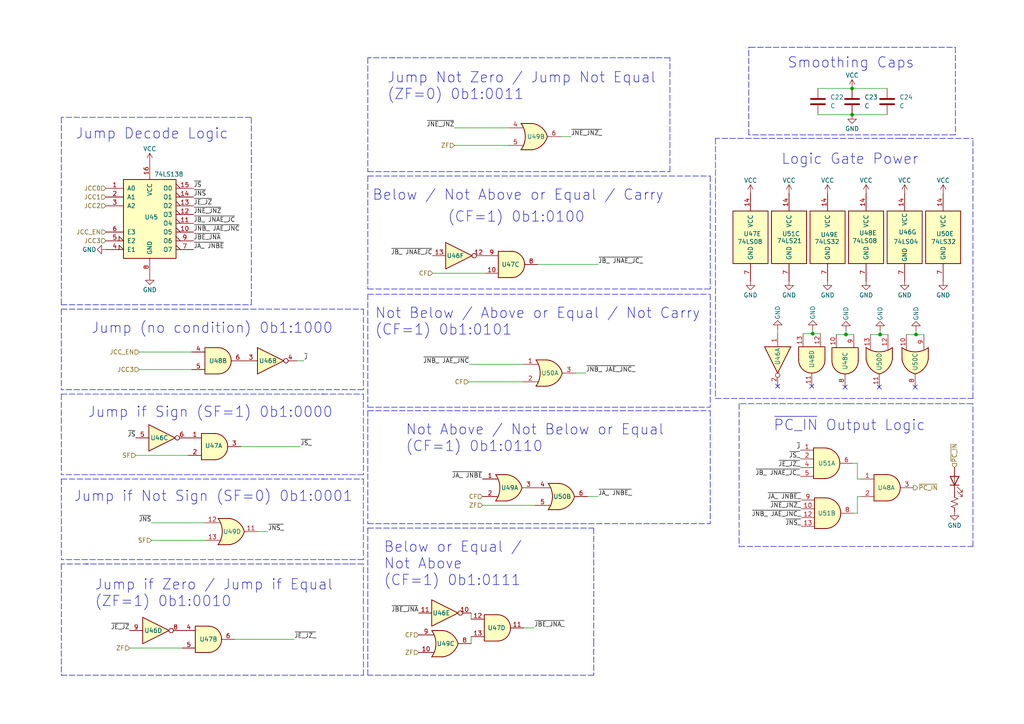
<source format=kicad_sch>
(kicad_sch (version 20211123) (generator eeschema)
  (paper "A4")
  (lib_symbols
    (symbol "74xx:74LS04"
      (property "Reference" "U" (at 0 1.27 0))
      (property "Value" "74LS04" (at 0 -1.27 0))
      (symbol "74LS04_1_0"
        (polyline (pts (xy -3.81 3.81) (xy -3.81 -3.81) (xy 3.81 0) (xy -3.81 3.81)) (stroke (width 0.254)) (fill (type background)))
        (pin input line (at -7.62 0 0) (length 3.81) (name "~") (number "1"))
        (pin output inverted (at 7.62 0 180) (length 3.81) (name "~") (number "2"))
      )
      (symbol "74LS04_2_0"
        (polyline (pts (xy -3.81 3.81) (xy -3.81 -3.81) (xy 3.81 0) (xy -3.81 3.81)) (stroke (width 0.254)) (fill (type background)))
        (pin input line (at -7.62 0 0) (length 3.81) (name "~") (number "3"))
        (pin output inverted (at 7.62 0 180) (length 3.81) (name "~") (number "4"))
      )
      (symbol "74LS04_3_0"
        (polyline (pts (xy -3.81 3.81) (xy -3.81 -3.81) (xy 3.81 0) (xy -3.81 3.81)) (stroke (width 0.254)) (fill (type background)))
        (pin input line (at -7.62 0 0) (length 3.81) (name "~") (number "5"))
        (pin output inverted (at 7.62 0 180) (length 3.81) (name "~") (number "6"))
      )
      (symbol "74LS04_4_0"
        (polyline (pts (xy -3.81 3.81) (xy -3.81 -3.81) (xy 3.81 0) (xy -3.81 3.81)) (stroke (width 0.254)) (fill (type background)))
        (pin output inverted (at 7.62 0 180) (length 3.81) (name "~") (number "8"))
        (pin input line (at -7.62 0 0) (length 3.81) (name "~") (number "9"))
      )
      (symbol "74LS04_5_0"
        (polyline (pts (xy -3.81 3.81) (xy -3.81 -3.81) (xy 3.81 0) (xy -3.81 3.81)) (stroke (width 0.254)) (fill (type background)))
        (pin output inverted (at 7.62 0 180) (length 3.81) (name "~") (number "10"))
        (pin input line (at -7.62 0 0) (length 3.81) (name "~") (number "11"))
      )
      (symbol "74LS04_6_0"
        (polyline (pts (xy -3.81 3.81) (xy -3.81 -3.81) (xy 3.81 0) (xy -3.81 3.81)) (stroke (width 0.254)) (fill (type background)))
        (pin output inverted (at 7.62 0 180) (length 3.81) (name "~") (number "12"))
        (pin input line (at -7.62 0 0) (length 3.81) (name "~") (number "13"))
      )
      (symbol "74LS04_7_0"
        (pin power_in line (at 0 12.7 270) (length 5.08) (name "VCC") (number "14"))
        (pin power_in line (at 0 -12.7 90) (length 5.08) (name "GND") (number "7"))
      )
      (symbol "74LS04_7_1"
        (rectangle (start -5.08 7.62) (end 5.08 -7.62) (stroke (width 0.254)) (fill (type background)))
      )
    )
    (symbol "74xx:74LS08" (pin_names (offset 1.016))
      (property "Reference" "U" (at 0 1.27 0))
      (property "Value" "74LS08" (at 0 -1.27 0))
      (symbol "74LS08_1_1"
        (arc (start 0 -3.81) (mid 3.81 0) (end 0 3.81) (stroke (width 0.254)) (fill (type background)))
        (polyline (pts (xy 0 3.81) (xy -3.81 3.81) (xy -3.81 -3.81) (xy 0 -3.81)) (stroke (width 0.254)) (fill (type background)))
        (pin input line (at -7.62 2.54 0) (length 3.81) (name "~") (number "1"))
        (pin input line (at -7.62 -2.54 0) (length 3.81) (name "~") (number "2"))
        (pin output line (at 7.62 0 180) (length 3.81) (name "~") (number "3"))
      )
      (symbol "74LS08_1_2"
        (arc (start -3.81 -3.81) (mid -2.589 0) (end -3.81 3.81) (stroke (width 0.254)))
        (arc (start -0.6096 -3.81) (mid 2.1855 -2.584) (end 3.81 0) (stroke (width 0.254)) (fill (type background)))
        (polyline (pts (xy -3.81 -3.81) (xy -0.635 -3.81)) (stroke (width 0.254)) (fill (type background)))
        (polyline (pts (xy -3.81 3.81) (xy -0.635 3.81)) (stroke (width 0.254)) (fill (type background)))
        (polyline (pts (xy -0.635 3.81) (xy -3.81 3.81) (xy -3.81 3.81) (xy -3.556 3.4036) (xy -3.0226 2.2606) (xy -2.6924 1.0414) (xy -2.6162 -0.254) (xy -2.7686 -1.4986) (xy -3.175 -2.7178) (xy -3.81 -3.81) (xy -3.81 -3.81) (xy -0.635 -3.81)) (stroke (width -25.4)) (fill (type background)))
        (arc (start 3.81 0) (mid 2.1928 2.5925) (end -0.6096 3.81) (stroke (width 0.254)) (fill (type background)))
        (pin input inverted (at -7.62 2.54 0) (length 4.318) (name "~") (number "1"))
        (pin input inverted (at -7.62 -2.54 0) (length 4.318) (name "~") (number "2"))
        (pin output inverted (at 7.62 0 180) (length 3.81) (name "~") (number "3"))
      )
      (symbol "74LS08_2_1"
        (arc (start 0 -3.81) (mid 3.81 0) (end 0 3.81) (stroke (width 0.254)) (fill (type background)))
        (polyline (pts (xy 0 3.81) (xy -3.81 3.81) (xy -3.81 -3.81) (xy 0 -3.81)) (stroke (width 0.254)) (fill (type background)))
        (pin input line (at -7.62 2.54 0) (length 3.81) (name "~") (number "4"))
        (pin input line (at -7.62 -2.54 0) (length 3.81) (name "~") (number "5"))
        (pin output line (at 7.62 0 180) (length 3.81) (name "~") (number "6"))
      )
      (symbol "74LS08_2_2"
        (arc (start -3.81 -3.81) (mid -2.589 0) (end -3.81 3.81) (stroke (width 0.254)))
        (arc (start -0.6096 -3.81) (mid 2.1855 -2.584) (end 3.81 0) (stroke (width 0.254)) (fill (type background)))
        (polyline (pts (xy -3.81 -3.81) (xy -0.635 -3.81)) (stroke (width 0.254)) (fill (type background)))
        (polyline (pts (xy -3.81 3.81) (xy -0.635 3.81)) (stroke (width 0.254)) (fill (type background)))
        (polyline (pts (xy -0.635 3.81) (xy -3.81 3.81) (xy -3.81 3.81) (xy -3.556 3.4036) (xy -3.0226 2.2606) (xy -2.6924 1.0414) (xy -2.6162 -0.254) (xy -2.7686 -1.4986) (xy -3.175 -2.7178) (xy -3.81 -3.81) (xy -3.81 -3.81) (xy -0.635 -3.81)) (stroke (width -25.4)) (fill (type background)))
        (arc (start 3.81 0) (mid 2.1928 2.5925) (end -0.6096 3.81) (stroke (width 0.254)) (fill (type background)))
        (pin input inverted (at -7.62 2.54 0) (length 4.318) (name "~") (number "4"))
        (pin input inverted (at -7.62 -2.54 0) (length 4.318) (name "~") (number "5"))
        (pin output inverted (at 7.62 0 180) (length 3.81) (name "~") (number "6"))
      )
      (symbol "74LS08_3_1"
        (arc (start 0 -3.81) (mid 3.81 0) (end 0 3.81) (stroke (width 0.254)) (fill (type background)))
        (polyline (pts (xy 0 3.81) (xy -3.81 3.81) (xy -3.81 -3.81) (xy 0 -3.81)) (stroke (width 0.254)) (fill (type background)))
        (pin input line (at -7.62 -2.54 0) (length 3.81) (name "~") (number "10"))
        (pin output line (at 7.62 0 180) (length 3.81) (name "~") (number "8"))
        (pin input line (at -7.62 2.54 0) (length 3.81) (name "~") (number "9"))
      )
      (symbol "74LS08_3_2"
        (arc (start -3.81 -3.81) (mid -2.589 0) (end -3.81 3.81) (stroke (width 0.254)))
        (arc (start -0.6096 -3.81) (mid 2.1855 -2.584) (end 3.81 0) (stroke (width 0.254)) (fill (type background)))
        (polyline (pts (xy -3.81 -3.81) (xy -0.635 -3.81)) (stroke (width 0.254)) (fill (type background)))
        (polyline (pts (xy -3.81 3.81) (xy -0.635 3.81)) (stroke (width 0.254)) (fill (type background)))
        (polyline (pts (xy -0.635 3.81) (xy -3.81 3.81) (xy -3.81 3.81) (xy -3.556 3.4036) (xy -3.0226 2.2606) (xy -2.6924 1.0414) (xy -2.6162 -0.254) (xy -2.7686 -1.4986) (xy -3.175 -2.7178) (xy -3.81 -3.81) (xy -3.81 -3.81) (xy -0.635 -3.81)) (stroke (width -25.4)) (fill (type background)))
        (arc (start 3.81 0) (mid 2.1928 2.5925) (end -0.6096 3.81) (stroke (width 0.254)) (fill (type background)))
        (pin input inverted (at -7.62 -2.54 0) (length 4.318) (name "~") (number "10"))
        (pin output inverted (at 7.62 0 180) (length 3.81) (name "~") (number "8"))
        (pin input inverted (at -7.62 2.54 0) (length 4.318) (name "~") (number "9"))
      )
      (symbol "74LS08_4_1"
        (arc (start 0 -3.81) (mid 3.81 0) (end 0 3.81) (stroke (width 0.254)) (fill (type background)))
        (polyline (pts (xy 0 3.81) (xy -3.81 3.81) (xy -3.81 -3.81) (xy 0 -3.81)) (stroke (width 0.254)) (fill (type background)))
        (pin output line (at 7.62 0 180) (length 3.81) (name "~") (number "11"))
        (pin input line (at -7.62 2.54 0) (length 3.81) (name "~") (number "12"))
        (pin input line (at -7.62 -2.54 0) (length 3.81) (name "~") (number "13"))
      )
      (symbol "74LS08_4_2"
        (arc (start -3.81 -3.81) (mid -2.589 0) (end -3.81 3.81) (stroke (width 0.254)))
        (arc (start -0.6096 -3.81) (mid 2.1855 -2.584) (end 3.81 0) (stroke (width 0.254)) (fill (type background)))
        (polyline (pts (xy -3.81 -3.81) (xy -0.635 -3.81)) (stroke (width 0.254)) (fill (type background)))
        (polyline (pts (xy -3.81 3.81) (xy -0.635 3.81)) (stroke (width 0.254)) (fill (type background)))
        (polyline (pts (xy -0.635 3.81) (xy -3.81 3.81) (xy -3.81 3.81) (xy -3.556 3.4036) (xy -3.0226 2.2606) (xy -2.6924 1.0414) (xy -2.6162 -0.254) (xy -2.7686 -1.4986) (xy -3.175 -2.7178) (xy -3.81 -3.81) (xy -3.81 -3.81) (xy -0.635 -3.81)) (stroke (width -25.4)) (fill (type background)))
        (arc (start 3.81 0) (mid 2.1928 2.5925) (end -0.6096 3.81) (stroke (width 0.254)) (fill (type background)))
        (pin output inverted (at 7.62 0 180) (length 3.81) (name "~") (number "11"))
        (pin input inverted (at -7.62 2.54 0) (length 4.318) (name "~") (number "12"))
        (pin input inverted (at -7.62 -2.54 0) (length 4.318) (name "~") (number "13"))
      )
      (symbol "74LS08_5_0"
        (pin power_in line (at 0 12.7 270) (length 5.08) (name "VCC") (number "14"))
        (pin power_in line (at 0 -12.7 90) (length 5.08) (name "GND") (number "7"))
      )
      (symbol "74LS08_5_1"
        (rectangle (start -5.08 7.62) (end 5.08 -7.62) (stroke (width 0.254)) (fill (type background)))
      )
    )
    (symbol "74xx:74LS138" (pin_names (offset 1.016))
      (property "Reference" "U" (at -7.62 11.43 0))
      (property "Value" "74LS138" (at -7.62 -13.97 0))
      (symbol "74LS138_1_0"
        (pin input line (at -12.7 7.62 0) (length 5.08) (name "A0") (number "1"))
        (pin output output_low (at 12.7 -5.08 180) (length 5.08) (name "O5") (number "10"))
        (pin output output_low (at 12.7 -2.54 180) (length 5.08) (name "O4") (number "11"))
        (pin output output_low (at 12.7 0 180) (length 5.08) (name "O3") (number "12"))
        (pin output output_low (at 12.7 2.54 180) (length 5.08) (name "O2") (number "13"))
        (pin output output_low (at 12.7 5.08 180) (length 5.08) (name "O1") (number "14"))
        (pin output output_low (at 12.7 7.62 180) (length 5.08) (name "O0") (number "15"))
        (pin power_in line (at 0 15.24 270) (length 5.08) (name "VCC") (number "16"))
        (pin input line (at -12.7 5.08 0) (length 5.08) (name "A1") (number "2"))
        (pin input line (at -12.7 2.54 0) (length 5.08) (name "A2") (number "3"))
        (pin input input_low (at -12.7 -10.16 0) (length 5.08) (name "E1") (number "4"))
        (pin input input_low (at -12.7 -7.62 0) (length 5.08) (name "E2") (number "5"))
        (pin input line (at -12.7 -5.08 0) (length 5.08) (name "E3") (number "6"))
        (pin output output_low (at 12.7 -10.16 180) (length 5.08) (name "O7") (number "7"))
        (pin power_in line (at 0 -17.78 90) (length 5.08) (name "GND") (number "8"))
        (pin output output_low (at 12.7 -7.62 180) (length 5.08) (name "O6") (number "9"))
      )
      (symbol "74LS138_1_1"
        (rectangle (start -7.62 10.16) (end 7.62 -12.7) (stroke (width 0.254)) (fill (type background)))
      )
    )
    (symbol "74xx:74LS21" (pin_names (offset 1.016))
      (property "Reference" "U" (at 0 1.27 0))
      (property "Value" "74LS21" (at 0 -1.27 0))
      (symbol "74LS21_1_1"
        (arc (start -0.635 -4.445) (mid 3.81 0) (end -0.635 4.445) (stroke (width 0.254)) (fill (type background)))
        (polyline (pts (xy -0.635 4.445) (xy -3.81 4.445) (xy -3.81 -4.445) (xy -0.635 -4.445)) (stroke (width 0.254)) (fill (type background)))
        (pin input line (at -7.62 3.81 0) (length 3.81) (name "~") (number "1"))
        (pin input line (at -7.62 1.27 0) (length 3.81) (name "~") (number "2"))
        (pin input line (at -7.62 -1.27 0) (length 3.81) (name "~") (number "4"))
        (pin input line (at -7.62 -3.81 0) (length 3.81) (name "~") (number "5"))
        (pin output line (at 7.62 0 180) (length 3.81) (name "~") (number "6"))
      )
      (symbol "74LS21_1_2"
        (arc (start -3.81 -4.445) (mid -2.5908 0) (end -3.81 4.445) (stroke (width 0.254)))
        (arc (start -0.6096 -4.445) (mid 2.224 -2.8428) (end 3.81 0) (stroke (width 0.254)) (fill (type background)))
        (polyline (pts (xy -3.81 -4.445) (xy -0.635 -4.445)) (stroke (width 0.254)) (fill (type background)))
        (polyline (pts (xy -3.81 4.445) (xy -0.635 4.445)) (stroke (width 0.254)) (fill (type background)))
        (polyline (pts (xy -0.635 4.445) (xy -3.81 4.445) (xy -3.81 4.445) (xy -3.6322 4.0894) (xy -3.0988 2.921) (xy -2.7686 1.6764) (xy -2.6162 0.4318) (xy -2.6416 -0.8636) (xy -2.8702 -2.1082) (xy -3.2512 -3.3274) (xy -3.81 -4.445) (xy -3.81 -4.445) (xy -0.635 -4.445)) (stroke (width -25.4)) (fill (type background)))
        (arc (start 3.81 0) (mid 2.2198 2.8385) (end -0.6096 4.445) (stroke (width 0.254)) (fill (type background)))
        (pin input inverted (at -7.62 3.81 0) (length 3.81) (name "~") (number "1"))
        (pin input inverted (at -7.62 1.27 0) (length 4.826) (name "~") (number "2"))
        (pin input inverted (at -7.62 -1.27 0) (length 4.826) (name "~") (number "4"))
        (pin input inverted (at -7.62 -3.81 0) (length 3.81) (name "~") (number "5"))
        (pin output inverted (at 7.62 0 180) (length 3.81) (name "~") (number "6"))
      )
      (symbol "74LS21_2_1"
        (arc (start -0.635 -4.445) (mid 3.81 0) (end -0.635 4.445) (stroke (width 0.254)) (fill (type background)))
        (polyline (pts (xy -0.635 4.445) (xy -3.81 4.445) (xy -3.81 -4.445) (xy -0.635 -4.445)) (stroke (width 0.254)) (fill (type background)))
        (pin input line (at -7.62 1.27 0) (length 3.81) (name "~") (number "10"))
        (pin input line (at -7.62 -1.27 0) (length 3.81) (name "~") (number "12"))
        (pin input line (at -7.62 -3.81 0) (length 3.81) (name "~") (number "13"))
        (pin output line (at 7.62 0 180) (length 3.81) (name "~") (number "8"))
        (pin input line (at -7.62 3.81 0) (length 3.81) (name "~") (number "9"))
      )
      (symbol "74LS21_2_2"
        (arc (start -3.81 -4.445) (mid -2.5908 0) (end -3.81 4.445) (stroke (width 0.254)))
        (arc (start -0.6096 -4.445) (mid 2.224 -2.8428) (end 3.81 0) (stroke (width 0.254)) (fill (type background)))
        (polyline (pts (xy -3.81 -4.445) (xy -0.635 -4.445)) (stroke (width 0.254)) (fill (type background)))
        (polyline (pts (xy -3.81 4.445) (xy -0.635 4.445)) (stroke (width 0.254)) (fill (type background)))
        (polyline (pts (xy -0.635 4.445) (xy -3.81 4.445) (xy -3.81 4.445) (xy -3.6322 4.0894) (xy -3.0988 2.921) (xy -2.7686 1.6764) (xy -2.6162 0.4318) (xy -2.6416 -0.8636) (xy -2.8702 -2.1082) (xy -3.2512 -3.3274) (xy -3.81 -4.445) (xy -3.81 -4.445) (xy -0.635 -4.445)) (stroke (width -25.4)) (fill (type background)))
        (arc (start 3.81 0) (mid 2.2198 2.8385) (end -0.6096 4.445) (stroke (width 0.254)) (fill (type background)))
        (pin input inverted (at -7.62 1.27 0) (length 4.826) (name "~") (number "10"))
        (pin input inverted (at -7.62 -1.27 0) (length 4.826) (name "~") (number "12"))
        (pin input inverted (at -7.62 -3.81 0) (length 3.81) (name "~") (number "13"))
        (pin output inverted (at 7.62 0 180) (length 3.81) (name "~") (number "8"))
        (pin input inverted (at -7.62 3.81 0) (length 3.81) (name "~") (number "9"))
      )
      (symbol "74LS21_3_0"
        (pin power_in line (at 0 12.7 270) (length 5.08) (name "VCC") (number "14"))
        (pin power_in line (at 0 -12.7 90) (length 5.08) (name "GND") (number "7"))
      )
      (symbol "74LS21_3_1"
        (rectangle (start -5.08 7.62) (end 5.08 -7.62) (stroke (width 0.254)) (fill (type background)))
      )
    )
    (symbol "74xx:74LS32" (pin_names (offset 1.016))
      (property "Reference" "U" (at 0 1.27 0))
      (property "Value" "74LS32" (at 0 -1.27 0))
      (symbol "74LS32_1_1"
        (arc (start -3.81 -3.81) (mid -2.589 0) (end -3.81 3.81) (stroke (width 0.254)))
        (arc (start -0.6096 -3.81) (mid 2.1855 -2.584) (end 3.81 0) (stroke (width 0.254)) (fill (type background)))
        (polyline (pts (xy -3.81 -3.81) (xy -0.635 -3.81)) (stroke (width 0.254)) (fill (type background)))
        (polyline (pts (xy -3.81 3.81) (xy -0.635 3.81)) (stroke (width 0.254)) (fill (type background)))
        (polyline (pts (xy -0.635 3.81) (xy -3.81 3.81) (xy -3.81 3.81) (xy -3.556 3.4036) (xy -3.0226 2.2606) (xy -2.6924 1.0414) (xy -2.6162 -0.254) (xy -2.7686 -1.4986) (xy -3.175 -2.7178) (xy -3.81 -3.81) (xy -3.81 -3.81) (xy -0.635 -3.81)) (stroke (width -25.4)) (fill (type background)))
        (arc (start 3.81 0) (mid 2.1928 2.5925) (end -0.6096 3.81) (stroke (width 0.254)) (fill (type background)))
        (pin input line (at -7.62 2.54 0) (length 4.318) (name "~") (number "1"))
        (pin input line (at -7.62 -2.54 0) (length 4.318) (name "~") (number "2"))
        (pin output line (at 7.62 0 180) (length 3.81) (name "~") (number "3"))
      )
      (symbol "74LS32_1_2"
        (arc (start 0 -3.81) (mid 3.81 0) (end 0 3.81) (stroke (width 0.254)) (fill (type background)))
        (polyline (pts (xy 0 3.81) (xy -3.81 3.81) (xy -3.81 -3.81) (xy 0 -3.81)) (stroke (width 0.254)) (fill (type background)))
        (pin input inverted (at -7.62 2.54 0) (length 3.81) (name "~") (number "1"))
        (pin input inverted (at -7.62 -2.54 0) (length 3.81) (name "~") (number "2"))
        (pin output inverted (at 7.62 0 180) (length 3.81) (name "~") (number "3"))
      )
      (symbol "74LS32_2_1"
        (arc (start -3.81 -3.81) (mid -2.589 0) (end -3.81 3.81) (stroke (width 0.254)))
        (arc (start -0.6096 -3.81) (mid 2.1855 -2.584) (end 3.81 0) (stroke (width 0.254)) (fill (type background)))
        (polyline (pts (xy -3.81 -3.81) (xy -0.635 -3.81)) (stroke (width 0.254)) (fill (type background)))
        (polyline (pts (xy -3.81 3.81) (xy -0.635 3.81)) (stroke (width 0.254)) (fill (type background)))
        (polyline (pts (xy -0.635 3.81) (xy -3.81 3.81) (xy -3.81 3.81) (xy -3.556 3.4036) (xy -3.0226 2.2606) (xy -2.6924 1.0414) (xy -2.6162 -0.254) (xy -2.7686 -1.4986) (xy -3.175 -2.7178) (xy -3.81 -3.81) (xy -3.81 -3.81) (xy -0.635 -3.81)) (stroke (width -25.4)) (fill (type background)))
        (arc (start 3.81 0) (mid 2.1928 2.5925) (end -0.6096 3.81) (stroke (width 0.254)) (fill (type background)))
        (pin input line (at -7.62 2.54 0) (length 4.318) (name "~") (number "4"))
        (pin input line (at -7.62 -2.54 0) (length 4.318) (name "~") (number "5"))
        (pin output line (at 7.62 0 180) (length 3.81) (name "~") (number "6"))
      )
      (symbol "74LS32_2_2"
        (arc (start 0 -3.81) (mid 3.81 0) (end 0 3.81) (stroke (width 0.254)) (fill (type background)))
        (polyline (pts (xy 0 3.81) (xy -3.81 3.81) (xy -3.81 -3.81) (xy 0 -3.81)) (stroke (width 0.254)) (fill (type background)))
        (pin input inverted (at -7.62 2.54 0) (length 3.81) (name "~") (number "4"))
        (pin input inverted (at -7.62 -2.54 0) (length 3.81) (name "~") (number "5"))
        (pin output inverted (at 7.62 0 180) (length 3.81) (name "~") (number "6"))
      )
      (symbol "74LS32_3_1"
        (arc (start -3.81 -3.81) (mid -2.589 0) (end -3.81 3.81) (stroke (width 0.254)))
        (arc (start -0.6096 -3.81) (mid 2.1855 -2.584) (end 3.81 0) (stroke (width 0.254)) (fill (type background)))
        (polyline (pts (xy -3.81 -3.81) (xy -0.635 -3.81)) (stroke (width 0.254)) (fill (type background)))
        (polyline (pts (xy -3.81 3.81) (xy -0.635 3.81)) (stroke (width 0.254)) (fill (type background)))
        (polyline (pts (xy -0.635 3.81) (xy -3.81 3.81) (xy -3.81 3.81) (xy -3.556 3.4036) (xy -3.0226 2.2606) (xy -2.6924 1.0414) (xy -2.6162 -0.254) (xy -2.7686 -1.4986) (xy -3.175 -2.7178) (xy -3.81 -3.81) (xy -3.81 -3.81) (xy -0.635 -3.81)) (stroke (width -25.4)) (fill (type background)))
        (arc (start 3.81 0) (mid 2.1928 2.5925) (end -0.6096 3.81) (stroke (width 0.254)) (fill (type background)))
        (pin input line (at -7.62 -2.54 0) (length 4.318) (name "~") (number "10"))
        (pin output line (at 7.62 0 180) (length 3.81) (name "~") (number "8"))
        (pin input line (at -7.62 2.54 0) (length 4.318) (name "~") (number "9"))
      )
      (symbol "74LS32_3_2"
        (arc (start 0 -3.81) (mid 3.81 0) (end 0 3.81) (stroke (width 0.254)) (fill (type background)))
        (polyline (pts (xy 0 3.81) (xy -3.81 3.81) (xy -3.81 -3.81) (xy 0 -3.81)) (stroke (width 0.254)) (fill (type background)))
        (pin input inverted (at -7.62 -2.54 0) (length 3.81) (name "~") (number "10"))
        (pin output inverted (at 7.62 0 180) (length 3.81) (name "~") (number "8"))
        (pin input inverted (at -7.62 2.54 0) (length 3.81) (name "~") (number "9"))
      )
      (symbol "74LS32_4_1"
        (arc (start -3.81 -3.81) (mid -2.589 0) (end -3.81 3.81) (stroke (width 0.254)))
        (arc (start -0.6096 -3.81) (mid 2.1855 -2.584) (end 3.81 0) (stroke (width 0.254)) (fill (type background)))
        (polyline (pts (xy -3.81 -3.81) (xy -0.635 -3.81)) (stroke (width 0.254)) (fill (type background)))
        (polyline (pts (xy -3.81 3.81) (xy -0.635 3.81)) (stroke (width 0.254)) (fill (type background)))
        (polyline (pts (xy -0.635 3.81) (xy -3.81 3.81) (xy -3.81 3.81) (xy -3.556 3.4036) (xy -3.0226 2.2606) (xy -2.6924 1.0414) (xy -2.6162 -0.254) (xy -2.7686 -1.4986) (xy -3.175 -2.7178) (xy -3.81 -3.81) (xy -3.81 -3.81) (xy -0.635 -3.81)) (stroke (width -25.4)) (fill (type background)))
        (arc (start 3.81 0) (mid 2.1928 2.5925) (end -0.6096 3.81) (stroke (width 0.254)) (fill (type background)))
        (pin output line (at 7.62 0 180) (length 3.81) (name "~") (number "11"))
        (pin input line (at -7.62 2.54 0) (length 4.318) (name "~") (number "12"))
        (pin input line (at -7.62 -2.54 0) (length 4.318) (name "~") (number "13"))
      )
      (symbol "74LS32_4_2"
        (arc (start 0 -3.81) (mid 3.81 0) (end 0 3.81) (stroke (width 0.254)) (fill (type background)))
        (polyline (pts (xy 0 3.81) (xy -3.81 3.81) (xy -3.81 -3.81) (xy 0 -3.81)) (stroke (width 0.254)) (fill (type background)))
        (pin output inverted (at 7.62 0 180) (length 3.81) (name "~") (number "11"))
        (pin input inverted (at -7.62 2.54 0) (length 3.81) (name "~") (number "12"))
        (pin input inverted (at -7.62 -2.54 0) (length 3.81) (name "~") (number "13"))
      )
      (symbol "74LS32_5_0"
        (pin power_in line (at 0 12.7 270) (length 5.08) (name "VCC") (number "14"))
        (pin power_in line (at 0 -12.7 90) (length 5.08) (name "GND") (number "7"))
      )
      (symbol "74LS32_5_1"
        (rectangle (start -5.08 7.62) (end 5.08 -7.62) (stroke (width 0.254)) (fill (type background)))
      )
    )
    (symbol "Device:C" (pin_numbers hide) (pin_names (offset 0.254))
      (property "Reference" "C" (at 0.635 2.54 0))
      (property "Value" "C" (at 0.635 -2.54 0))
      (symbol "C_0_1"
        (polyline (pts (xy -2.032 -0.762) (xy 2.032 -0.762)) (stroke (width 0.508)))
        (polyline (pts (xy -2.032 0.762) (xy 2.032 0.762)) (stroke (width 0.508)))
      )
      (symbol "C_1_1"
        (pin passive line (at 0 3.81 270) (length 2.794) (name "~") (number "1"))
        (pin passive line (at 0 -3.81 90) (length 2.794) (name "~") (number "2"))
      )
    )
    (symbol "Device:LED" (pin_numbers hide) (pin_names (offset 1.016) hide)
      (property "Reference" "D" (at 0 2.54 0))
      (property "Value" "LED" (at 0 -2.54 0))
      (symbol "LED_0_1"
        (polyline (pts (xy -1.27 -1.27) (xy -1.27 1.27)) (stroke (width 0.254)))
        (polyline (pts (xy -1.27 0) (xy 1.27 0)))
        (polyline (pts (xy 1.27 -1.27) (xy 1.27 1.27) (xy -1.27 0) (xy 1.27 -1.27)) (stroke (width 0.254)))
        (polyline (pts (xy -3.048 -0.762) (xy -4.572 -2.286) (xy -3.81 -2.286) (xy -4.572 -2.286) (xy -4.572 -1.524)))
        (polyline (pts (xy -1.778 -0.762) (xy -3.302 -2.286) (xy -2.54 -2.286) (xy -3.302 -2.286) (xy -3.302 -1.524)))
      )
      (symbol "LED_1_1"
        (pin passive line (at -3.81 0 0) (length 2.54) (name "K") (number "1"))
        (pin passive line (at 3.81 0 180) (length 2.54) (name "A") (number "2"))
      )
    )
    (symbol "Device:R_Small_US" (pin_numbers hide) (pin_names (offset 0.254) hide)
      (property "Reference" "R" (at 0.762 0.508 0))
      (property "Value" "R_Small_US" (at 0.762 -1.016 0))
      (symbol "R_Small_US_1_1"
        (polyline (pts (xy 0 0) (xy 1.016 -0.381) (xy 0 -0.762) (xy -1.016 -1.143) (xy 0 -1.524)))
        (polyline (pts (xy 0 1.524) (xy 1.016 1.143) (xy 0 0.762) (xy -1.016 0.381) (xy 0 0)))
        (pin passive line (at 0 2.54 270) (length 1.016) (name "~") (number "1"))
        (pin passive line (at 0 -2.54 90) (length 1.016) (name "~") (number "2"))
      )
    )
    (symbol "power:GND" (power) (pin_names (offset 0))
      (property "Value" "GND" (at 0 -3.81 0))
      (symbol "GND_0_1"
        (polyline (pts (xy 0 0) (xy 0 -1.27) (xy 1.27 -1.27) (xy 0 -2.54) (xy -1.27 -1.27) (xy 0 -1.27)))
      )
      (symbol "GND_1_1"
        (pin power_in line (at 0 0 270) (length 0) hide (name "GND") (number "1"))
      )
    )
    (symbol "power:VCC" (power) (pin_names (offset 0))
      (property "Value" "VCC" (at 0 3.81 0))
      (symbol "VCC_0_1"
        (polyline (pts (xy -0.762 1.27) (xy 0 2.54)))
        (polyline (pts (xy 0 0) (xy 0 2.54)))
        (polyline (pts (xy 0 2.54) (xy 0.762 1.27)))
      )
      (symbol "VCC_1_1"
        (pin power_in line (at 0 0 90) (length 0) hide (name "VCC") (number "1"))
      )
    )
  )
  (junction (at 247.142 33.274))
  (junction (at 247.142 25.654))
  (junction (at 235.712 96.774))
  (junction (at 245.364 97.028))
  (junction (at 255.27 97.028))
  (junction (at 265.684 97.028))
  (no_connect (at 235.458 112.014))
  (no_connect (at 265.43 112.268))
  (no_connect (at 245.11 112.268))
  (no_connect (at 255.016 112.268))
  (no_connect (at 225.552 112.014))
  (polyline (pts (xy 106.68 51.054) (xy 182.88 51.054)))
  (polyline (pts (xy 93.472 114.3) (xy 105.41 114.3)))
  (wire (pts (xy 39.37 132.08) (xy 54.61 132.08)))
  (polyline (pts (xy 17.78 138.938) (xy 93.98 138.938)))
  (polyline (pts (xy 183.134 83.82) (xy 194.818 83.82)))
  (polyline (pts (xy 17.78 114.3) (xy 17.78 137.668)))
  (wire (pts (xy 257.556 97.028) (xy 255.27 97.028)))
  (wire (pts (xy 247.65 97.028) (xy 245.364 97.028)))
  (wire (pts (xy 237.236 25.654) (xy 247.142 25.654)))
  (polyline (pts (xy 105.41 162.306) (xy 93.726 162.306)))
  (wire (pts (xy 255.27 95.758) (xy 255.27 97.028)))
  (polyline (pts (xy 93.98 137.668) (xy 17.78 137.668)))
  (polyline (pts (xy 261.112 40.132) (xy 282.194 40.132)))
  (polyline (pts (xy 105.41 163.576) (xy 101.092 163.576)))
  (wire (pts (xy 43.942 151.638) (xy 59.436 151.638)))
  (polyline (pts (xy 43.688 34.036) (xy 17.78 34.036)))
  (polyline (pts (xy 214.376 158.496) (xy 282.194 158.496)))
  (wire (pts (xy 225.552 95.504) (xy 225.552 96.774)))
  (polyline (pts (xy 106.68 119.126) (xy 106.68 151.892)))
  (wire (pts (xy 155.956 76.708) (xy 173.482 76.708)))
  (polyline (pts (xy 101.092 163.576) (xy 24.892 163.576)))
  (wire (pts (xy 43.942 156.718) (xy 59.436 156.718)))
  (polyline (pts (xy 106.68 16.764) (xy 106.68 49.784)))
  (wire (pts (xy 125.476 79.248) (xy 140.716 79.248)))
  (polyline (pts (xy 93.98 162.306) (xy 17.78 162.306)))
  (polyline (pts (xy 194.056 85.344) (xy 205.994 85.344)))
  (wire (pts (xy 136.652 177.8) (xy 136.652 179.578)))
  (wire (pts (xy 265.684 97.028) (xy 262.89 97.028)))
  (wire (pts (xy 245.364 95.758) (xy 245.364 97.028)))
  (wire (pts (xy 247.142 33.274) (xy 257.302 33.274)))
  (polyline (pts (xy 106.68 118.11) (xy 205.994 118.11)))
  (polyline (pts (xy 172.212 185.928) (xy 172.212 195.834)))
  (polyline (pts (xy 246.126 117.094) (xy 282.194 117.094)))
  (polyline (pts (xy 182.118 85.344) (xy 194.056 85.344)))
  (polyline (pts (xy 114.554 16.764) (xy 106.68 16.764)))
  (wire (pts (xy 245.364 97.028) (xy 242.57 97.028)))
  (polyline (pts (xy 277.114 13.716) (xy 277.114 39.116)))
  (wire (pts (xy 247.65 148.844) (xy 248.666 148.844)))
  (polyline (pts (xy 17.78 88.392) (xy 72.898 88.392)))
  (polyline (pts (xy 17.78 163.576) (xy 17.78 195.834)))
  (polyline (pts (xy 246.126 117.094) (xy 214.376 117.094)))
  (polyline (pts (xy 106.68 83.82) (xy 183.134 83.82)))
  (wire (pts (xy 235.712 95.504) (xy 235.712 96.774)))
  (polyline (pts (xy 282.194 158.496) (xy 282.194 117.094)))
  (wire (pts (xy 88.138 104.648) (xy 86.106 104.648)))
  (polyline (pts (xy 205.994 51.054) (xy 205.994 83.82)))
  (polyline (pts (xy 43.688 34.036) (xy 72.898 34.036)))
  (polyline (pts (xy 194.056 119.126) (xy 205.994 119.126)))
  (polyline (pts (xy 106.68 195.834) (xy 106.68 185.928)))
  (polyline (pts (xy 105.41 137.668) (xy 93.726 137.668)))
  (polyline (pts (xy 106.68 153.162) (xy 106.68 185.928)))
  (wire (pts (xy 165.608 39.624) (xy 162.56 39.624)))
  (wire (pts (xy 265.684 95.758) (xy 265.684 97.028)))
  (polyline (pts (xy 17.78 114.3) (xy 93.98 114.3)))
  (polyline (pts (xy 105.41 138.938) (xy 105.41 162.306)))
  (polyline (pts (xy 25.654 163.576) (xy 17.78 163.576)))
  (polyline (pts (xy 194.31 49.784) (xy 194.31 16.764)))
  (wire (pts (xy 249.682 138.938) (xy 248.666 138.938)))
  (wire (pts (xy 248.666 148.844) (xy 248.666 144.018)))
  (polyline (pts (xy 106.68 85.344) (xy 182.88 85.344)))
  (polyline (pts (xy 207.518 40.132) (xy 207.518 115.57)))
  (wire (pts (xy 237.236 33.274) (xy 247.142 33.274)))
  (polyline (pts (xy 106.68 153.162) (xy 172.212 153.162)))
  (wire (pts (xy 131.826 42.164) (xy 147.32 42.164)))
  (wire (pts (xy 247.142 25.654) (xy 257.302 25.654)))
  (polyline (pts (xy 182.118 119.126) (xy 194.056 119.126)))
  (polyline (pts (xy 106.68 119.126) (xy 182.88 119.126)))
  (polyline (pts (xy 194.31 16.764) (xy 189.992 16.764)))
  (wire (pts (xy 136.652 184.658) (xy 136.652 186.69)))
  (polyline (pts (xy 172.212 195.834) (xy 106.68 195.834)))
  (wire (pts (xy 248.666 144.018) (xy 249.682 144.018)))
  (polyline (pts (xy 189.992 16.764) (xy 113.792 16.764)))
  (wire (pts (xy 40.386 107.188) (xy 55.626 107.188)))
  (polyline (pts (xy 172.212 153.162) (xy 172.212 185.928)))
  (wire (pts (xy 136.144 105.664) (xy 151.638 105.664)))
  (wire (pts (xy 237.998 96.774) (xy 235.712 96.774)))
  (wire (pts (xy 40.386 102.108) (xy 55.626 102.108)))
  (wire (pts (xy 248.666 134.366) (xy 247.396 134.366)))
  (wire (pts (xy 77.724 154.178) (xy 74.676 154.178)))
  (polyline (pts (xy 17.78 34.036) (xy 17.78 88.392)))
  (polyline (pts (xy 17.78 89.662) (xy 105.41 89.662)))
  (polyline (pts (xy 214.376 117.094) (xy 214.376 158.496)))
  (polyline (pts (xy 17.78 138.938) (xy 17.78 162.306)))
  (polyline (pts (xy 106.68 49.784) (xy 194.31 49.784)))
  (wire (pts (xy 255.27 97.028) (xy 252.476 97.028)))
  (wire (pts (xy 169.926 108.204) (xy 166.878 108.204)))
  (polyline (pts (xy 105.41 89.662) (xy 105.41 113.03)))
  (polyline (pts (xy 105.41 195.834) (xy 105.41 163.576)))
  (polyline (pts (xy 217.17 13.716) (xy 217.424 13.716)))
  (polyline (pts (xy 106.68 85.344) (xy 106.68 118.11)))
  (wire (pts (xy 173.482 144.018) (xy 170.434 144.018)))
  (wire (pts (xy 131.826 37.084) (xy 147.32 37.084)))
  (polyline (pts (xy 205.994 85.344) (xy 205.994 118.11)))
  (wire (pts (xy 68.072 185.42) (xy 85.344 185.42)))
  (polyline (pts (xy 261.366 40.132) (xy 207.518 40.132)))
  (polyline (pts (xy 282.194 115.57) (xy 282.194 40.132)))
  (wire (pts (xy 267.97 97.028) (xy 265.684 97.028)))
  (wire (pts (xy 248.666 138.938) (xy 248.666 134.366)))
  (wire (pts (xy 139.954 146.558) (xy 155.194 146.558)))
  (polyline (pts (xy 72.898 88.392) (xy 72.898 34.036)))
  (wire (pts (xy 154.94 182.118) (xy 151.892 182.118)))
  (polyline (pts (xy 106.68 51.054) (xy 106.68 83.82)))
  (polyline (pts (xy 105.41 113.03) (xy 17.78 113.03)))
  (polyline (pts (xy 17.78 89.662) (xy 17.78 113.03)))
  (polyline (pts (xy 205.994 83.82) (xy 194.31 83.82)))
  (wire (pts (xy 235.712 96.774) (xy 232.918 96.774)))
  (wire (pts (xy 37.592 187.96) (xy 52.832 187.96)))
  (polyline (pts (xy 207.518 115.57) (xy 282.194 115.57)))
  (polyline (pts (xy 217.17 39.116) (xy 217.17 13.716)))
  (polyline (pts (xy 106.68 151.892) (xy 205.994 151.892)))
  (polyline (pts (xy 93.472 138.938) (xy 105.41 138.938)))
  (polyline (pts (xy 277.114 39.116) (xy 217.17 39.116)))
  (polyline (pts (xy 182.626 51.054) (xy 205.994 51.054)))
  (wire (pts (xy 69.85 129.54) (xy 87.122 129.54)))
  (polyline (pts (xy 17.78 195.834) (xy 105.41 195.834)))
  (wire (pts (xy 135.89 110.744) (xy 151.638 110.744)))
  (polyline (pts (xy 217.424 13.716) (xy 277.114 13.716)))
  (polyline (pts (xy 105.41 114.3) (xy 105.41 137.668)))
  (polyline (pts (xy 205.994 119.126) (xy 205.994 151.892)))
  (text "~{PC_IN} Output Logic" (at 224.282 125.222 0) (effects (font (size 3 3)) (justify left bottom)))
  (text "Jump (no condition) 0b1:1000" (at 26.416 97.028 0) (effects (font (size 3 3)) (justify left bottom)))
  (text "Jump if Not Sign (SF=0) 0b1:0001" (at 21.336 145.796 0) (effects (font (size 3 3)) (justify left bottom)))
  (text "Smoothing Caps" (at 228.346 20.066 0) (effects (font (size 3 3)) (justify left bottom)))
  (text "Jump Decode Logic" (at 21.844 40.64 0) (effects (font (size 3 3)) (justify left bottom)))
  (text "Logic Gate Power" (at 226.568 48.006 0) (effects (font (size 3 3)) (justify left bottom)))
  (text "Below / Not Above or Equal / Carry" (at 107.95 58.42 0) (effects (font (size 3 3)) (justify left bottom)))
  (text "Not Above / Not Below or Equal\n(CF=1) 0b1:0110" (at 117.602 131.318 0) (effects (font (size 3 3)) (justify left bottom)))
  (text "Not Below / Above or Equal / Not Carry\n(CF=1) 0b1:0101" (at 108.712 97.536 0) (effects (font (size 3 3)) (justify left bottom)))
  (text "(CF=1) 0b1:0100" (at 129.794 64.77 0) (effects (font (size 3 3)) (justify left bottom)))
  (text "Below or Equal / \nNot Above\n(CF=1) 0b1:0111" (at 111.252 170.18 0) (effects (font (size 3 3)) (justify left bottom)))
  (text "Jump if Sign (SF=1) 0b1:0000" (at 25.4 121.412 0) (effects (font (size 3 3)) (justify left bottom)))
  (text "Jump Not Zero / Jump Not Equal\n(ZF=0) 0b1:0011" (at 112.268 29.21 0) (effects (font (size 3 3)) (justify left bottom)))
  (text "Jump if Zero / Jump if Equal\n(ZF=1) 0b1:0010" (at 27.432 176.276 0) (effects (font (size 3 3)) (justify left bottom)))
  (label "~{JNS}" (at 43.942 151.638 180))
  (label "~{JS}" (at 39.37 127 180))
  (label "~{JNE_JNZ}" (at 56.134 62.23 0))
  (label "~{JS_}" (at 232.156 133.096 180))
  (label "~{JE_JZ_}" (at 85.344 185.42 0))
  (label "~{JS_}" (at 87.122 129.54 0))
  (label "~{JNS}" (at 56.134 57.15 0))
  (label "~{JB_ JNAE_JC}" (at 56.134 64.77 0))
  (label "~{JNE_JNZ_}" (at 165.608 39.624 0))
  (label "~{JE_JZ}" (at 56.134 59.69 0))
  (label "~{JBE_JNA}" (at 56.134 69.85 0))
  (label "~{JNB_ JAE_JNC}" (at 56.134 67.31 0))
  (label "~{JB_ JNAE_JC_}" (at 173.482 76.708 0))
  (label "~{JS}" (at 56.134 54.61 0))
  (label "~{JA_ JNBE}" (at 56.134 72.39 0))
  (label "~{JNB_ JAE_JNC}" (at 136.144 105.664 180))
  (label "~{J}" (at 232.156 130.556 180))
  (label "~{JA_ JNBE}" (at 139.954 138.938 180))
  (label "~{J}" (at 88.138 104.648 0))
  (label "~{JA_ JNBE_}" (at 232.41 145.034 180))
  (label "~{JE_JZ_}" (at 232.156 135.636 180))
  (label "~{JNE_JNZ}" (at 131.826 37.084 180))
  (label "~{JBE_JNA_}" (at 154.94 182.118 0))
  (label "~{JB_ JNAE_JC}" (at 125.476 74.168 180))
  (label "~{JNB_ JAE_JNC_}" (at 232.41 150.114 180))
  (label "~{JE_JZ}" (at 37.592 182.88 180))
  (label "~{JA_ JNBE_}" (at 173.482 144.018 0))
  (label "~{JNB_ JAE_JNC_}" (at 169.926 108.204 0))
  (label "~{JBE_JNA}" (at 121.412 177.8 180))
  (label "~{JNS_}" (at 232.41 152.654 180))
  (label "~{JNS_}" (at 77.724 154.178 0))
  (label "~{JB_ JNAE_JC_}" (at 232.156 138.176 180))
  (label "~{JNE_JNZ_}" (at 232.41 147.574 180))
  (hierarchical_label "JCC1" (shape input) (at 30.734 57.15 180))
  (hierarchical_label "JCC_EN" (shape input) (at 40.386 102.108 180))
  (hierarchical_label "~{PC_IN}" (shape input) (at 276.86 135.636 90))
  (hierarchical_label "JCC2" (shape input) (at 30.734 59.69 180))
  (hierarchical_label "CF" (shape input) (at 121.412 184.15 180))
  (hierarchical_label "ZF" (shape input) (at 131.826 42.164 180))
  (hierarchical_label "JCC3" (shape input) (at 30.734 69.85 180))
  (hierarchical_label "JCC0" (shape input) (at 30.734 54.61 180))
  (hierarchical_label "ZF" (shape input) (at 139.954 146.558 180))
  (hierarchical_label "JCC3" (shape input) (at 40.386 107.188 180))
  (hierarchical_label "CF" (shape input) (at 139.954 144.018 180))
  (hierarchical_label "~{PC_IN}" (shape output) (at 264.922 141.478 0))
  (hierarchical_label "JCC_EN" (shape input) (at 30.734 67.31 180))
  (hierarchical_label "CF" (shape input) (at 135.89 110.744 180))
  (hierarchical_label "SF" (shape input) (at 39.37 132.08 180))
  (hierarchical_label "SF" (shape input) (at 43.942 156.718 180))
  (hierarchical_label "CF" (shape input) (at 125.476 79.248 180))
  (hierarchical_label "ZF" (shape input) (at 37.592 187.96 180))
  (hierarchical_label "ZF" (shape input) (at 121.412 189.23 180))
  (symbol (lib_id "power:VCC") (at 273.558 56.134 0) (unit 1)
    (property "Reference" "#PWR0214" (effects hide))
    (property "Value" "VCC" (at 273.558 52.324 0))
  )
  (symbol (lib_id "74xx:74LS32") (at 67.056 154.178 0) (unit 4)
    (property "Reference" "U49" (at 67.31 154.178 0))
    (property "Value" "74LS32" (effects hide))
    (property "Footprint" "Package_SO:TSSOP-14_4.4x5mm_P0.65mm" (effects hide))
    (property "Datasheet" "http://www.ti.com/lit/gpn/sn74LS32" (effects hide))
  )
  (symbol (lib_id "74xx:74LS21") (at 228.854 68.834 0) (unit 3)
    (property "Reference" "U51" (at 226.822 67.818 0) (effects (justify left)))
    (property "Value" "74LS21" (at 225.298 69.85 0) (effects (justify left)))
    (property "Footprint" "Package_SO:TSSOP-14_4.4x5mm_P0.65mm" (effects hide))
    (property "Datasheet" "http://www.ti.com/lit/gpn/sn74LS21" (effects hide))
  )
  (symbol (lib_id "power:GND") (at 225.552 95.504 180) (unit 1)
    (property "Reference" "#PWR0199" (effects hide))
    (property "Value" "GND" (at 225.552 90.678 90))
  )
  (symbol (lib_id "power:GND") (at 262.382 81.534 0) (unit 1)
    (property "Reference" "#PWR0212" (effects hide))
    (property "Value" "GND" (at 262.382 85.598 0))
  )
  (symbol (lib_id "Device:C") (at 247.142 29.464 0) (unit 1)
    (property "Reference" "C23" (at 250.698 28.1939 0) (effects (justify left)))
    (property "Value" "C" (at 250.698 30.7339 0) (effects (justify left)))
    (property "Footprint" "Capacitor_SMD:C_0805_2012Metric" (effects hide))
  )
  (symbol (lib_id "74xx:74LS08") (at 217.678 68.834 0) (unit 5)
    (property "Reference" "U47" (at 215.646 67.818 0) (effects (justify left)))
    (property "Value" "74LS08" (at 213.868 70.104 0) (effects (justify left)))
    (property "Footprint" "Package_SO:TSSOP-14_4.4x5mm_P0.65mm" (effects hide))
    (property "Datasheet" "http://www.ti.com/lit/gpn/sn74LS08" (effects hide))
  )
  (symbol (lib_id "74xx:74LS04") (at 46.99 127 0) (unit 3)
    (property "Reference" "U46" (at 46.228 127 0))
    (property "Value" "74LS04" (effects hide))
    (property "Datasheet" "http://www.ti.com/lit/gpn/sn74LS04" (effects hide))
  )
  (symbol (lib_id "power:VCC") (at 251.206 56.134 0) (unit 1)
    (property "Reference" "#PWR0208" (effects hide))
    (property "Value" "VCC" (at 251.206 52.324 0))
  )
  (symbol (lib_id "74xx:74LS04") (at 78.486 104.648 0) (unit 2)
    (property "Reference" "U46" (at 77.724 104.648 0))
    (property "Value" "74LS04" (effects hide))
    (property "Datasheet" "http://www.ti.com/lit/gpn/sn74LS04" (effects hide))
  )
  (symbol (lib_id "power:VCC") (at 262.382 56.134 0) (unit 1)
    (property "Reference" "#PWR0211" (effects hide))
    (property "Value" "VCC" (at 262.382 52.324 0))
  )
  (symbol (lib_id "74xx:74LS32") (at 240.03 68.834 0) (unit 5)
    (property "Reference" "U49" (at 237.998 68.072 0) (effects (justify left)))
    (property "Value" "74LS32" (at 236.22 70.104 0) (effects (justify left)))
    (property "Footprint" "Package_SO:TSSOP-14_4.4x5mm_P0.65mm" (effects hide))
    (property "Datasheet" "http://www.ti.com/lit/gpn/sn74LS32" (effects hide))
  )
  (symbol (lib_id "74xx:74LS32") (at 162.814 144.018 0) (unit 2)
    (property "Reference" "U50" (at 163.068 144.018 0))
    (property "Value" "74LS32" (effects hide))
    (property "Footprint" "Package_SO:TSSOP-14_4.4x5mm_P0.65mm" (effects hide))
    (property "Datasheet" "http://www.ti.com/lit/gpn/sn74LS32" (effects hide))
  )
  (symbol (lib_id "power:VCC") (at 247.142 25.654 0) (unit 1)
    (property "Reference" "#PWR0206" (effects hide))
    (property "Value" "VCC" (at 247.142 21.844 0))
  )
  (symbol (lib_id "power:GND") (at 30.734 72.39 270) (unit 1)
    (property "Reference" "#PWR0194" (effects hide))
    (property "Value" "GND" (at 25.908 72.39 90))
  )
  (symbol (lib_id "power:GND") (at 228.854 81.534 0) (unit 1)
    (property "Reference" "#PWR0201" (effects hide))
    (property "Value" "GND" (at 228.854 85.598 0))
  )
  (symbol (lib_id "power:VCC") (at 240.03 56.134 0) (unit 1)
    (property "Reference" "#PWR0203" (effects hide))
    (property "Value" "VCC" (at 240.03 52.324 0))
  )
  (symbol (lib_id "power:GND") (at 247.142 33.274 0) (unit 1)
    (property "Reference" "#PWR0207" (effects hide))
    (property "Value" "GND" (at 247.142 37.338 0))
  )
  (symbol (lib_id "74xx:74LS04") (at 225.552 104.394 270) (unit 1)
    (property "Reference" "U46" (at 225.552 103.378 0))
    (property "Value" "74LS04" (effects hide))
    (property "Datasheet" "http://www.ti.com/lit/gpn/sn74LS04" (effects hide))
  )
  (symbol (lib_id "74xx:74LS32") (at 159.258 108.204 0) (unit 1)
    (property "Reference" "U50" (at 159.512 108.204 0))
    (property "Value" "74LS32" (effects hide))
    (property "Footprint" "Package_SO:TSSOP-14_4.4x5mm_P0.65mm" (effects hide))
    (property "Datasheet" "http://www.ti.com/lit/gpn/sn74LS32" (effects hide))
  )
  (symbol (lib_id "power:VCC") (at 43.434 46.99 0) (unit 1)
    (property "Reference" "#PWR0195" (effects hide))
    (property "Value" "VCC" (at 43.434 43.18 0))
  )
  (symbol (lib_id "power:GND") (at 245.364 95.758 180) (unit 1)
    (property "Reference" "#PWR0205" (effects hide))
    (property "Value" "GND" (at 245.364 90.932 90))
  )
  (symbol (lib_id "74xx:74LS08") (at 63.246 104.648 0) (unit 2)
    (property "Reference" "U48" (at 63.246 104.648 0))
    (property "Value" "74LS08" (effects hide))
    (property "Footprint" "Package_SO:TSSOP-14_4.4x5mm_P0.65mm" (effects hide))
    (property "Datasheet" "http://www.ti.com/lit/gpn/sn74LS08" (effects hide))
  )
  (symbol (lib_id "power:GND") (at 240.03 81.534 0) (unit 1)
    (property "Reference" "#PWR0204" (effects hide))
    (property "Value" "GND" (at 240.03 85.598 0))
  )
  (symbol (lib_id "74xx:74LS32") (at 129.032 186.69 0) (unit 3)
    (property "Reference" "U49" (at 129.286 186.69 0))
    (property "Value" "74LS32" (effects hide))
    (property "Footprint" "Package_SO:TSSOP-14_4.4x5mm_P0.65mm" (effects hide))
    (property "Datasheet" "http://www.ti.com/lit/gpn/sn74LS32" (effects hide))
  )
  (symbol (lib_id "74xx:74LS08") (at 251.206 68.834 0) (unit 5)
    (property "Reference" "U48" (at 249.174 67.564 0) (effects (justify left)))
    (property "Value" "74LS08" (at 247.142 69.85 0) (effects (justify left)))
    (property "Footprint" "Package_SO:TSSOP-14_4.4x5mm_P0.65mm" (effects hide))
    (property "Datasheet" "http://www.ti.com/lit/gpn/sn74LS08" (effects hide))
  )
  (symbol (lib_id "74xx:74LS32") (at 147.574 141.478 0) (unit 1)
    (property "Reference" "U49" (at 147.828 141.478 0))
    (property "Value" "74LS32" (effects hide))
    (property "Footprint" "Package_SO:TSSOP-14_4.4x5mm_P0.65mm" (effects hide))
    (property "Datasheet" "http://www.ti.com/lit/gpn/sn74LS32" (effects hide))
  )
  (symbol (lib_id "power:GND") (at 43.434 80.01 0) (unit 1)
    (property "Reference" "#PWR0196" (effects hide))
    (property "Value" "GND" (at 43.434 84.074 0))
  )
  (symbol (lib_id "74xx:74LS32") (at 265.43 104.648 270) (unit 3)
    (property "Reference" "U50" (at 265.43 104.902 0))
    (property "Value" "74LS32" (effects hide))
    (property "Footprint" "Package_SO:TSSOP-14_4.4x5mm_P0.65mm" (effects hide))
    (property "Datasheet" "http://www.ti.com/lit/gpn/sn74LS32" (effects hide))
  )
  (symbol (lib_id "74xx:74LS32") (at 255.016 104.648 270) (unit 4)
    (property "Reference" "U50" (at 255.016 104.902 0))
    (property "Value" "74LS32" (effects hide))
    (property "Footprint" "Package_SO:TSSOP-14_4.4x5mm_P0.65mm" (effects hide))
    (property "Datasheet" "http://www.ti.com/lit/gpn/sn74LS32" (effects hide))
  )
  (symbol (lib_id "74xx:74LS08") (at 235.458 104.394 270) (unit 4)
    (property "Reference" "U48" (at 235.458 104.14 0))
    (property "Value" "74LS08" (effects hide))
    (property "Footprint" "Package_SO:TSSOP-14_4.4x5mm_P0.65mm" (effects hide))
    (property "Datasheet" "http://www.ti.com/lit/gpn/sn74LS08" (effects hide))
  )
  (symbol (lib_id "Device:C") (at 257.302 29.464 0) (unit 1)
    (property "Reference" "C24" (at 260.858 28.1939 0) (effects (justify left)))
    (property "Value" "C" (at 260.858 30.7339 0) (effects (justify left)))
    (property "Footprint" "Capacitor_SMD:C_0805_2012Metric" (effects hide))
  )
  (symbol (lib_id "74xx:74LS08") (at 60.452 185.42 0) (unit 2)
    (property "Reference" "U47" (at 60.452 185.42 0))
    (property "Value" "74LS08" (effects hide))
    (property "Datasheet" "http://www.ti.com/lit/gpn/sn74LS08" (effects hide))
  )
  (symbol (lib_id "power:GND") (at 265.684 95.758 180) (unit 1)
    (property "Reference" "#PWR0213" (effects hide))
    (property "Value" "GND" (at 265.684 90.932 90))
  )
  (symbol (lib_id "74xx:74LS04") (at 262.382 68.834 0) (unit 7)
    (property "Reference" "U46" (at 260.604 67.31 0) (effects (justify left)))
    (property "Value" "74LS04" (at 259.08 70.104 0) (effects (justify left)))
    (property "Footprint" "Package_SO:TSSOP-14_4.4x5mm_P0.65mm" (effects hide))
    (property "Datasheet" "http://www.ti.com/lit/gpn/sn74LS04" (effects hide))
  )
  (symbol (lib_id "power:GND") (at 217.678 81.534 0) (unit 1)
    (property "Reference" "#PWR0198" (effects hide))
    (property "Value" "GND" (at 217.678 85.598 0))
  )
  (symbol (lib_id "power:GND") (at 235.712 95.504 180) (unit 1)
    (property "Reference" "#PWR0202" (effects hide))
    (property "Value" "GND" (at 235.712 90.678 90))
  )
  (symbol (lib_id "power:VCC") (at 228.854 56.134 0) (unit 1)
    (property "Reference" "#PWR0200" (effects hide))
    (property "Value" "VCC" (at 228.854 52.324 0))
  )
  (symbol (lib_id "74xx:74LS21") (at 240.03 148.844 0) (unit 2)
    (property "Reference" "U51" (at 239.776 148.844 0))
    (property "Value" "74LS21" (effects hide))
    (property "Footprint" "Package_SO:TSSOP-14_4.4x5mm_P0.65mm" (effects hide))
    (property "Datasheet" "http://www.ti.com/lit/gpn/sn74LS21" (effects hide))
  )
  (symbol (lib_id "74xx:74LS08") (at 62.23 129.54 0) (unit 1)
    (property "Reference" "U47" (at 61.976 129.286 0))
    (property "Value" "74LS08" (effects hide))
    (property "Datasheet" "http://www.ti.com/lit/gpn/sn74LS08" (effects hide))
  )
  (symbol (lib_id "74xx:74LS08") (at 148.336 76.708 0) (unit 3)
    (property "Reference" "U47" (at 148.082 76.708 0))
    (property "Value" "74LS08" (effects hide))
    (property "Datasheet" "http://www.ti.com/lit/gpn/sn74LS08" (effects hide))
  )
  (symbol (lib_id "74xx:74LS21") (at 239.776 134.366 0) (unit 1)
    (property "Reference" "U51" (at 239.776 134.366 0))
    (property "Value" "74LS21" (effects hide))
    (property "Footprint" "Package_SO:TSSOP-14_4.4x5mm_P0.65mm" (effects hide))
    (property "Datasheet" "http://www.ti.com/lit/gpn/sn74LS21" (effects hide))
  )
  (symbol (lib_id "74xx:74LS08") (at 257.302 141.478 0) (unit 1)
    (property "Reference" "U48" (at 257.048 141.478 0))
    (property "Value" "74LS08" (effects hide))
    (property "Footprint" "Package_SO:TSSOP-14_4.4x5mm_P0.65mm" (effects hide))
    (property "Datasheet" "http://www.ti.com/lit/gpn/sn74LS08" (effects hide))
  )
  (symbol (lib_id "power:GND") (at 251.206 81.534 0) (unit 1)
    (property "Reference" "#PWR0209" (effects hide))
    (property "Value" "GND" (at 251.206 85.598 0))
  )
  (symbol (lib_id "74xx:74LS32") (at 273.558 68.834 0) (unit 5)
    (property "Reference" "U50" (at 271.526 67.818 0) (effects (justify left)))
    (property "Value" "74LS32" (at 270.002 70.104 0) (effects (justify left)))
    (property "Footprint" "Package_SO:TSSOP-14_4.4x5mm_P0.65mm" (effects hide))
    (property "Datasheet" "http://www.ti.com/lit/gpn/sn74LS32" (effects hide))
  )
  (symbol (lib_id "74xx:74LS32") (at 154.94 39.624 0) (unit 2)
    (property "Reference" "U49" (at 155.448 39.624 0))
    (property "Value" "74LS32" (effects hide))
    (property "Footprint" "Package_SO:TSSOP-14_4.4x5mm_P0.65mm" (effects hide))
    (property "Datasheet" "http://www.ti.com/lit/gpn/sn74LS32" (effects hide))
  )
  (symbol (lib_id "74xx:74LS08") (at 144.272 182.118 0) (unit 4)
    (property "Reference" "U47" (at 144.018 182.118 0))
    (property "Value" "74LS08" (effects hide))
    (property "Datasheet" "http://www.ti.com/lit/gpn/sn74LS08" (effects hide))
  )
  (symbol (lib_id "power:VCC") (at 217.678 56.134 0) (unit 1)
    (property "Reference" "#PWR0197" (effects hide))
    (property "Value" "VCC" (at 217.678 52.324 0))
  )
  (symbol (lib_id "74xx:74LS04") (at 129.032 177.8 0) (unit 5)
    (property "Reference" "U46" (at 128.016 177.8 0))
    (property "Value" "74LS04" (effects hide))
    (property "Datasheet" "http://www.ti.com/lit/gpn/sn74LS04" (effects hide))
  )
  (symbol (lib_id "power:GND") (at 255.27 95.758 180) (unit 1)
    (property "Reference" "#PWR0210" (effects hide))
    (property "Value" "GND" (at 255.27 90.932 90))
  )
  (symbol (lib_id "74xx:74LS08") (at 245.11 104.648 270) (unit 3)
    (property "Reference" "U48" (at 245.11 104.648 0))
    (property "Value" "74LS08" (effects hide))
    (property "Footprint" "Package_SO:TSSOP-14_4.4x5mm_P0.65mm" (effects hide))
    (property "Datasheet" "http://www.ti.com/lit/gpn/sn74LS08" (effects hide))
  )
  (symbol (lib_id "74xx:74LS04") (at 45.212 182.88 0) (unit 4)
    (property "Reference" "U46" (at 44.45 182.88 0))
    (property "Value" "74LS04" (effects hide))
    (property "Datasheet" "http://www.ti.com/lit/gpn/sn74LS04" (effects hide))
  )
  (symbol (lib_id "74xx:74LS138") (at 43.434 62.23 0) (unit 1)
    (property "Reference" "U45" (at 41.91 62.992 0) (effects (justify left)))
    (property "Value" "74LS138" (at 44.704 50.546 0) (effects (justify left)))
    (property "Footprint" "Package_SO:TSSOP-16_4.4x5mm_P0.65mm" (effects hide))
    (property "Datasheet" "http://www.ti.com/lit/gpn/sn74LS138" (effects hide))
  )
  (symbol (lib_id "power:GND") (at 273.558 81.534 0) (unit 1)
    (property "Reference" "#PWR0215" (effects hide))
    (property "Value" "GND" (at 273.558 85.598 0))
  )
  (symbol (lib_id "Device:R_Small_US") (at 276.86 145.796 0) (unit 1)
    (property "Reference" "R108" (effects hide))
    (property "Value" "R_Small_US" (effects hide))
    (property "Footprint" "Resistor_SMD:R_0805_2012Metric" (effects hide))
  )
  (symbol (lib_id "74xx:74LS04") (at 133.096 74.168 0) (unit 6)
    (property "Reference" "U46" (at 132.08 74.168 0))
    (property "Value" "74LS04" (effects hide))
    (property "Datasheet" "http://www.ti.com/lit/gpn/sn74LS04" (effects hide))
  )
  (symbol (lib_id "power:GND") (at 276.86 148.336 0) (unit 1)
    (property "Reference" "#PWR0216" (effects hide))
    (property "Value" "GND" (at 276.86 152.4 0))
  )
  (symbol (lib_id "Device:LED") (at 276.86 139.446 90) (unit 1)
    (property "Reference" "D108" (effects hide))
    (property "Value" "LED" (effects hide))
    (property "Footprint" "LED_SMD:LED_0805_2012Metric" (effects hide))
  )
  (symbol (lib_id "Device:C") (at 237.236 29.464 0) (unit 1)
    (property "Reference" "C22" (at 240.792 28.1939 0) (effects (justify left)))
    (property "Value" "C" (at 240.792 30.7339 0) (effects (justify left)))
    (property "Footprint" "Capacitor_SMD:C_0805_2012Metric" (effects hide))
  )
)
</source>
